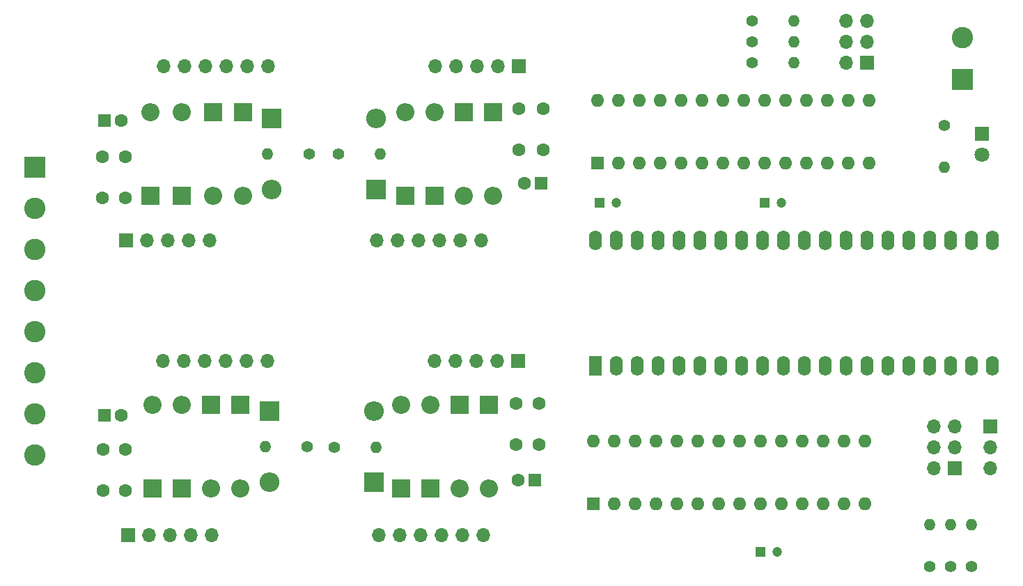
<source format=gbr>
G04 #@! TF.GenerationSoftware,KiCad,Pcbnew,8.0.5*
G04 #@! TF.CreationDate,2024-10-14T22:09:33+02:00*
G04 #@! TF.ProjectId,Exchange_ProofOfConcept,45786368-616e-4676-955f-50726f6f664f,1.0*
G04 #@! TF.SameCoordinates,Original*
G04 #@! TF.FileFunction,Soldermask,Bot*
G04 #@! TF.FilePolarity,Negative*
%FSLAX46Y46*%
G04 Gerber Fmt 4.6, Leading zero omitted, Abs format (unit mm)*
G04 Created by KiCad (PCBNEW 8.0.5) date 2024-10-14 22:09:33*
%MOMM*%
%LPD*%
G01*
G04 APERTURE LIST*
%ADD10C,1.400000*%
%ADD11O,1.400000X1.400000*%
%ADD12R,1.200000X1.200000*%
%ADD13C,1.200000*%
%ADD14R,2.200000X2.200000*%
%ADD15O,2.200000X2.200000*%
%ADD16C,1.600000*%
%ADD17R,1.600000X1.600000*%
%ADD18R,1.700000X1.700000*%
%ADD19O,1.700000X1.700000*%
%ADD20O,1.600000X1.600000*%
%ADD21R,2.400000X2.400000*%
%ADD22O,2.400000X2.400000*%
%ADD23R,2.600000X2.600000*%
%ADD24C,2.600000*%
%ADD25R,1.600000X2.400000*%
%ADD26O,1.600000X2.400000*%
%ADD27R,1.800000X1.800000*%
%ADD28C,1.800000*%
G04 APERTURE END LIST*
D10*
X171228000Y-54356000D03*
D11*
X176308000Y-54356000D03*
D12*
X152729401Y-76454000D03*
D13*
X154729401Y-76454000D03*
D14*
X132620000Y-75664000D03*
D15*
X132620000Y-65504000D03*
D16*
X95028000Y-70878000D03*
X95028000Y-75878000D03*
D17*
X92520000Y-102334000D03*
D16*
X94520000Y-102334000D03*
D18*
X142780000Y-95730000D03*
D19*
X140240000Y-95730000D03*
X137700000Y-95730000D03*
X135160000Y-95730000D03*
X132620000Y-95730000D03*
X112300000Y-95730000D03*
X109760000Y-95730000D03*
X107220000Y-95730000D03*
X104680000Y-95730000D03*
X102140000Y-95730000D03*
X99600000Y-95730000D03*
D10*
X117126000Y-106144000D03*
D11*
X112046000Y-106144000D03*
D17*
X151924000Y-113030000D03*
D20*
X154464000Y-113030000D03*
X157004000Y-113030000D03*
X159544000Y-113030000D03*
X162084000Y-113030000D03*
X164624000Y-113030000D03*
X167164000Y-113030000D03*
X169704000Y-113030000D03*
X172244000Y-113030000D03*
X174784000Y-113030000D03*
X177324000Y-113030000D03*
X179864000Y-113030000D03*
X182404000Y-113030000D03*
X184944000Y-113030000D03*
X184944000Y-105410000D03*
X182404000Y-105410000D03*
X179864000Y-105410000D03*
X177324000Y-105410000D03*
X174784000Y-105410000D03*
X172244000Y-105410000D03*
X169704000Y-105410000D03*
X167164000Y-105410000D03*
X164624000Y-105410000D03*
X162084000Y-105410000D03*
X159544000Y-105410000D03*
X157004000Y-105410000D03*
X154464000Y-105410000D03*
X151924000Y-105410000D03*
D14*
X129064000Y-75664000D03*
D15*
X129064000Y-65504000D03*
D21*
X112554000Y-101826000D03*
D22*
X125254000Y-101826000D03*
D14*
X101886000Y-111224000D03*
D15*
X101886000Y-101064000D03*
D16*
X142526000Y-105850000D03*
X142526000Y-100850000D03*
X92234000Y-70878000D03*
X92234000Y-75878000D03*
D21*
X125254000Y-110462000D03*
D22*
X112554000Y-110462000D03*
D17*
X152432000Y-71628000D03*
D20*
X154972000Y-71628000D03*
X157512000Y-71628000D03*
X160052000Y-71628000D03*
X162592000Y-71628000D03*
X165132000Y-71628000D03*
X167672000Y-71628000D03*
X170212000Y-71628000D03*
X172752000Y-71628000D03*
X175292000Y-71628000D03*
X177832000Y-71628000D03*
X180372000Y-71628000D03*
X182912000Y-71628000D03*
X185452000Y-71628000D03*
X185452000Y-64008000D03*
X182912000Y-64008000D03*
X180372000Y-64008000D03*
X177832000Y-64008000D03*
X175292000Y-64008000D03*
X172752000Y-64008000D03*
X170212000Y-64008000D03*
X167672000Y-64008000D03*
X165132000Y-64008000D03*
X162592000Y-64008000D03*
X160052000Y-64008000D03*
X157512000Y-64008000D03*
X154972000Y-64008000D03*
X152432000Y-64008000D03*
D14*
X135668000Y-101064000D03*
D15*
X135668000Y-111224000D03*
D12*
X172287401Y-118872000D03*
D13*
X174287401Y-118872000D03*
D14*
X109380000Y-65476000D03*
D15*
X109380000Y-75636000D03*
D21*
X112808000Y-66238000D03*
D22*
X125508000Y-66238000D03*
D14*
X108998000Y-101064000D03*
D15*
X108998000Y-111224000D03*
D10*
X192786000Y-120650000D03*
D11*
X192786000Y-115570000D03*
D23*
X196831000Y-61468000D03*
D24*
X196831000Y-56388000D03*
D16*
X92360000Y-106478000D03*
X92360000Y-111478000D03*
D10*
X117380000Y-70584000D03*
D11*
X112300000Y-70584000D03*
D25*
X152178000Y-96266000D03*
D26*
X154718000Y-96266000D03*
X157258000Y-96266000D03*
X159798000Y-96266000D03*
X162338000Y-96266000D03*
X164878000Y-96266000D03*
X167418000Y-96266000D03*
X169958000Y-96266000D03*
X172498000Y-96266000D03*
X175038000Y-96266000D03*
X177578000Y-96266000D03*
X180118000Y-96266000D03*
X182658000Y-96266000D03*
X185198000Y-96266000D03*
X187738000Y-96266000D03*
X190278000Y-96266000D03*
X192818000Y-96266000D03*
X195358000Y-96266000D03*
X197898000Y-96266000D03*
X200438000Y-96266000D03*
X200438000Y-81026000D03*
X197898000Y-81026000D03*
X195358000Y-81026000D03*
X192818000Y-81026000D03*
X190278000Y-81026000D03*
X187738000Y-81026000D03*
X185198000Y-81026000D03*
X182658000Y-81026000D03*
X180118000Y-81026000D03*
X177578000Y-81026000D03*
X175038000Y-81026000D03*
X172498000Y-81026000D03*
X169958000Y-81026000D03*
X167418000Y-81026000D03*
X164878000Y-81026000D03*
X162338000Y-81026000D03*
X159798000Y-81026000D03*
X157258000Y-81026000D03*
X154718000Y-81026000D03*
X152178000Y-81026000D03*
D18*
X95154000Y-81026000D03*
D19*
X97694000Y-81026000D03*
X100234000Y-81026000D03*
X102774000Y-81026000D03*
X105314000Y-81026000D03*
X125634000Y-81026000D03*
X128174000Y-81026000D03*
X130714000Y-81026000D03*
X133254000Y-81026000D03*
X135794000Y-81026000D03*
X138334000Y-81026000D03*
D10*
X120428000Y-106172000D03*
D11*
X125508000Y-106172000D03*
D12*
X172795401Y-76454000D03*
D13*
X174795401Y-76454000D03*
D14*
X132112000Y-111224000D03*
D15*
X132112000Y-101064000D03*
D23*
X84055000Y-72162000D03*
D24*
X84055000Y-77162000D03*
X84055000Y-82162000D03*
X84055000Y-87162000D03*
X84055000Y-92162000D03*
X84055000Y-97162000D03*
X84055000Y-102162000D03*
X84055000Y-107162000D03*
D18*
X200184000Y-103632000D03*
D19*
X200184000Y-106172000D03*
X200184000Y-108712000D03*
D10*
X194564000Y-67056000D03*
D11*
X194564000Y-72136000D03*
D14*
X98076000Y-75636000D03*
D15*
X98076000Y-65476000D03*
D18*
X185198000Y-59436000D03*
D19*
X182658000Y-59436000D03*
X185198000Y-56896000D03*
X182658000Y-56896000D03*
X185198000Y-54356000D03*
X182658000Y-54356000D03*
D18*
X142908000Y-59888000D03*
D19*
X140368000Y-59888000D03*
X137828000Y-59888000D03*
X135288000Y-59888000D03*
X132748000Y-59888000D03*
X112428000Y-59888000D03*
X109888000Y-59888000D03*
X107348000Y-59888000D03*
X104808000Y-59888000D03*
X102268000Y-59888000D03*
X99728000Y-59888000D03*
D10*
X120936000Y-70584000D03*
D11*
X126016000Y-70584000D03*
D14*
X128556000Y-111224000D03*
D15*
X128556000Y-101064000D03*
D14*
X105696000Y-65476000D03*
D15*
X105696000Y-75636000D03*
D14*
X101886000Y-75636000D03*
D15*
X101886000Y-65476000D03*
D27*
X199136000Y-68072000D03*
D28*
X199136000Y-70612000D03*
D18*
X95408000Y-116840000D03*
D19*
X97948000Y-116840000D03*
X100488000Y-116840000D03*
X103028000Y-116840000D03*
X105568000Y-116840000D03*
X125888000Y-116840000D03*
X128428000Y-116840000D03*
X130968000Y-116840000D03*
X133508000Y-116840000D03*
X136048000Y-116840000D03*
X138588000Y-116840000D03*
D10*
X171228000Y-59436000D03*
D11*
X176308000Y-59436000D03*
D14*
X139224000Y-101064000D03*
D15*
X139224000Y-111224000D03*
D14*
X98330000Y-111224000D03*
D15*
X98330000Y-101064000D03*
D10*
X171228000Y-56896000D03*
D11*
X176308000Y-56896000D03*
D10*
X197866000Y-120650000D03*
D11*
X197866000Y-115570000D03*
D14*
X105442000Y-101064000D03*
D15*
X105442000Y-111224000D03*
D17*
X145574000Y-74140000D03*
D16*
X143574000Y-74140000D03*
X142908000Y-70076000D03*
X142908000Y-65076000D03*
X145828000Y-70076000D03*
X145828000Y-65076000D03*
D21*
X125508000Y-74902000D03*
D22*
X112808000Y-74902000D03*
D14*
X136176000Y-65504000D03*
D15*
X136176000Y-75664000D03*
D17*
X144812000Y-110208000D03*
D16*
X142812000Y-110208000D03*
D14*
X139732000Y-65504000D03*
D15*
X139732000Y-75664000D03*
D17*
X92520000Y-66520000D03*
D16*
X94520000Y-66520000D03*
D10*
X195326000Y-120650000D03*
D11*
X195326000Y-115570000D03*
D18*
X195871000Y-108697000D03*
D19*
X193331000Y-108697000D03*
X195871000Y-106157000D03*
X193331000Y-106157000D03*
X195871000Y-103617000D03*
X193331000Y-103617000D03*
D16*
X145320000Y-105850000D03*
X145320000Y-100850000D03*
X95028000Y-106478000D03*
X95028000Y-111478000D03*
M02*

</source>
